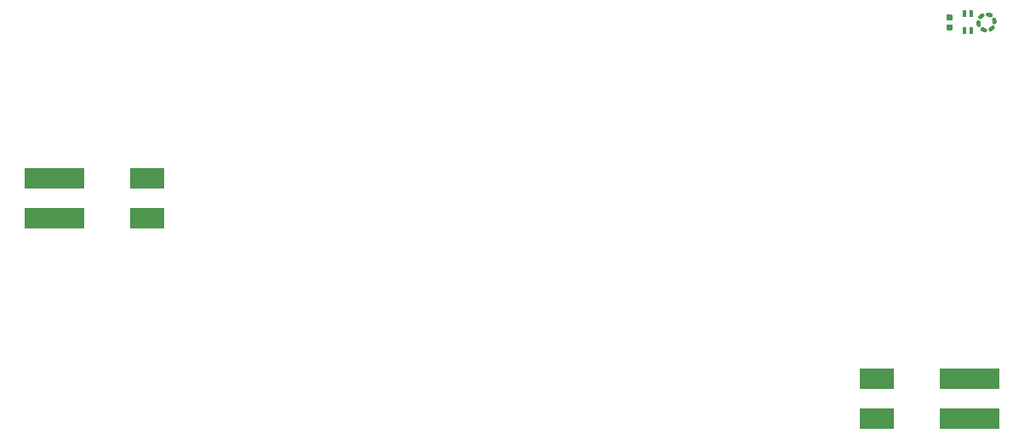
<source format=gbr>
G04 #@! TF.GenerationSoftware,KiCad,Pcbnew,5.1.2-f72e74a~84~ubuntu18.04.1*
G04 #@! TF.CreationDate,2019-08-10T16:00:54+02:00*
G04 #@! TF.ProjectId,roboy_2.0_forarm_shield,726f626f-795f-4322-9e30-5f666f726172,rev?*
G04 #@! TF.SameCoordinates,Original*
G04 #@! TF.FileFunction,Paste,Bot*
G04 #@! TF.FilePolarity,Positive*
%FSLAX46Y46*%
G04 Gerber Fmt 4.6, Leading zero omitted, Abs format (unit mm)*
G04 Created by KiCad (PCBNEW 5.1.2-f72e74a~84~ubuntu18.04.1) date 2019-08-10 16:00:54*
%MOMM*%
%LPD*%
G04 APERTURE LIST*
%ADD10C,0.450000*%
%ADD11C,0.100000*%
%ADD12C,0.590000*%
%ADD13R,3.500000X2.000000*%
%ADD14R,6.000000X2.000000*%
%ADD15R,0.450000X0.750000*%
G04 APERTURE END LIST*
D10*
X188423547Y-67775326D02*
G75*
G02X188375000Y-67500000I756453J275326D01*
G01*
X188563334Y-66982556D02*
G75*
G02X188777500Y-66802850I616666J-517444D01*
G01*
X189319787Y-66707230D02*
G75*
G02X189582500Y-66802850I-139787J-792770D01*
G01*
X189936453Y-67224674D02*
G75*
G02X189985000Y-67500000I-756453J-275326D01*
G01*
X189796666Y-68017444D02*
G75*
G02X189582500Y-68197150I-616666J517444D01*
G01*
X189040213Y-68292770D02*
G75*
G02X188777500Y-68197150I139787J792770D01*
G01*
D11*
G36*
X185686958Y-67690710D02*
G01*
X185701276Y-67692834D01*
X185715317Y-67696351D01*
X185728946Y-67701228D01*
X185742031Y-67707417D01*
X185754447Y-67714858D01*
X185766073Y-67723481D01*
X185776798Y-67733202D01*
X185786519Y-67743927D01*
X185795142Y-67755553D01*
X185802583Y-67767969D01*
X185808772Y-67781054D01*
X185813649Y-67794683D01*
X185817166Y-67808724D01*
X185819290Y-67823042D01*
X185820000Y-67837500D01*
X185820000Y-68132500D01*
X185819290Y-68146958D01*
X185817166Y-68161276D01*
X185813649Y-68175317D01*
X185808772Y-68188946D01*
X185802583Y-68202031D01*
X185795142Y-68214447D01*
X185786519Y-68226073D01*
X185776798Y-68236798D01*
X185766073Y-68246519D01*
X185754447Y-68255142D01*
X185742031Y-68262583D01*
X185728946Y-68268772D01*
X185715317Y-68273649D01*
X185701276Y-68277166D01*
X185686958Y-68279290D01*
X185672500Y-68280000D01*
X185327500Y-68280000D01*
X185313042Y-68279290D01*
X185298724Y-68277166D01*
X185284683Y-68273649D01*
X185271054Y-68268772D01*
X185257969Y-68262583D01*
X185245553Y-68255142D01*
X185233927Y-68246519D01*
X185223202Y-68236798D01*
X185213481Y-68226073D01*
X185204858Y-68214447D01*
X185197417Y-68202031D01*
X185191228Y-68188946D01*
X185186351Y-68175317D01*
X185182834Y-68161276D01*
X185180710Y-68146958D01*
X185180000Y-68132500D01*
X185180000Y-67837500D01*
X185180710Y-67823042D01*
X185182834Y-67808724D01*
X185186351Y-67794683D01*
X185191228Y-67781054D01*
X185197417Y-67767969D01*
X185204858Y-67755553D01*
X185213481Y-67743927D01*
X185223202Y-67733202D01*
X185233927Y-67723481D01*
X185245553Y-67714858D01*
X185257969Y-67707417D01*
X185271054Y-67701228D01*
X185284683Y-67696351D01*
X185298724Y-67692834D01*
X185313042Y-67690710D01*
X185327500Y-67690000D01*
X185672500Y-67690000D01*
X185686958Y-67690710D01*
X185686958Y-67690710D01*
G37*
D12*
X185500000Y-67985000D03*
D11*
G36*
X185686958Y-66720710D02*
G01*
X185701276Y-66722834D01*
X185715317Y-66726351D01*
X185728946Y-66731228D01*
X185742031Y-66737417D01*
X185754447Y-66744858D01*
X185766073Y-66753481D01*
X185776798Y-66763202D01*
X185786519Y-66773927D01*
X185795142Y-66785553D01*
X185802583Y-66797969D01*
X185808772Y-66811054D01*
X185813649Y-66824683D01*
X185817166Y-66838724D01*
X185819290Y-66853042D01*
X185820000Y-66867500D01*
X185820000Y-67162500D01*
X185819290Y-67176958D01*
X185817166Y-67191276D01*
X185813649Y-67205317D01*
X185808772Y-67218946D01*
X185802583Y-67232031D01*
X185795142Y-67244447D01*
X185786519Y-67256073D01*
X185776798Y-67266798D01*
X185766073Y-67276519D01*
X185754447Y-67285142D01*
X185742031Y-67292583D01*
X185728946Y-67298772D01*
X185715317Y-67303649D01*
X185701276Y-67307166D01*
X185686958Y-67309290D01*
X185672500Y-67310000D01*
X185327500Y-67310000D01*
X185313042Y-67309290D01*
X185298724Y-67307166D01*
X185284683Y-67303649D01*
X185271054Y-67298772D01*
X185257969Y-67292583D01*
X185245553Y-67285142D01*
X185233927Y-67276519D01*
X185223202Y-67266798D01*
X185213481Y-67256073D01*
X185204858Y-67244447D01*
X185197417Y-67232031D01*
X185191228Y-67218946D01*
X185186351Y-67205317D01*
X185182834Y-67191276D01*
X185180710Y-67176958D01*
X185180000Y-67162500D01*
X185180000Y-66867500D01*
X185180710Y-66853042D01*
X185182834Y-66838724D01*
X185186351Y-66824683D01*
X185191228Y-66811054D01*
X185197417Y-66797969D01*
X185204858Y-66785553D01*
X185213481Y-66773927D01*
X185223202Y-66763202D01*
X185233927Y-66753481D01*
X185245553Y-66744858D01*
X185257969Y-66737417D01*
X185271054Y-66731228D01*
X185284683Y-66726351D01*
X185298724Y-66722834D01*
X185313042Y-66720710D01*
X185327500Y-66720000D01*
X185672500Y-66720000D01*
X185686958Y-66720710D01*
X185686958Y-66720710D01*
G37*
D12*
X185500000Y-67015000D03*
D13*
X105650000Y-87050000D03*
D14*
X96400000Y-87050000D03*
X96400000Y-83050000D03*
D13*
X105650000Y-83050000D03*
D15*
X187000000Y-68350000D03*
X187000000Y-66650000D03*
X187700000Y-66650000D03*
X187700000Y-68350000D03*
D13*
X178250000Y-103000000D03*
D14*
X187500000Y-103000000D03*
X187500000Y-107000000D03*
D13*
X178250000Y-107000000D03*
M02*

</source>
